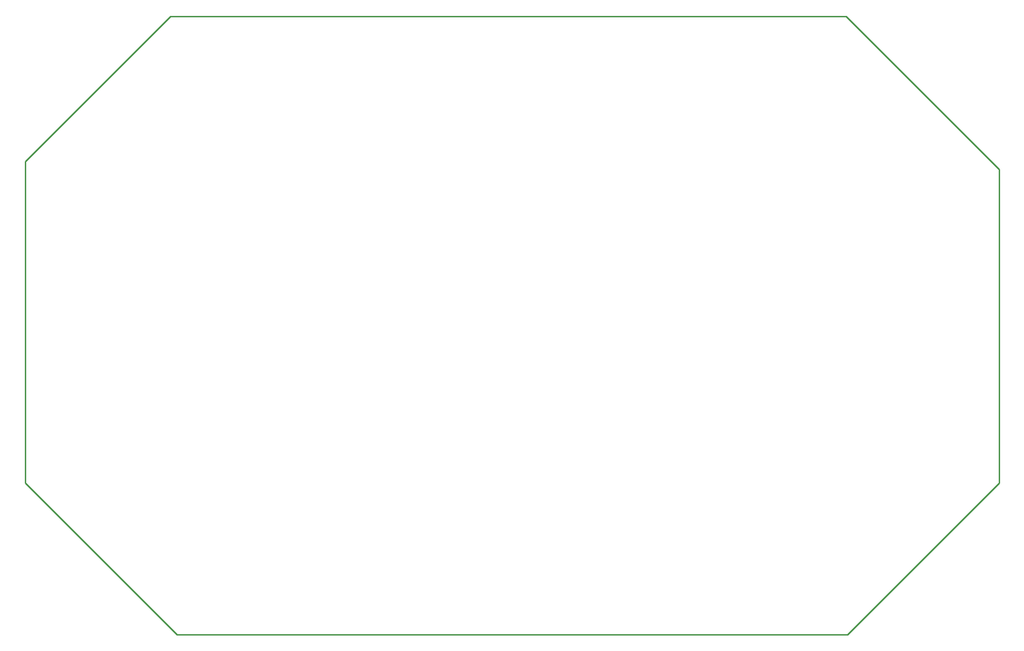
<source format=gm1>
G04*
G04 #@! TF.GenerationSoftware,Altium Limited,Altium Designer,23.5.1 (21)*
G04*
G04 Layer_Color=16711935*
%FSLAX44Y44*%
%MOMM*%
G71*
G04*
G04 #@! TF.SameCoordinates,D509078B-5B66-4328-A3DE-0F32EB76195D*
G04*
G04*
G04 #@! TF.FilePolarity,Positive*
G04*
G01*
G75*
%ADD11C,0.2540*%
D11*
X2128520Y2317750D02*
X2391410Y2580640D01*
X2128520Y1736090D02*
Y2317750D01*
Y1736090D02*
X2402840Y1461770D01*
X3615690D01*
X3890010Y1736090D01*
Y2303780D01*
X3613150Y2580640D02*
X3890010Y2303780D01*
X2391410Y2580640D02*
X3613150D01*
M02*

</source>
